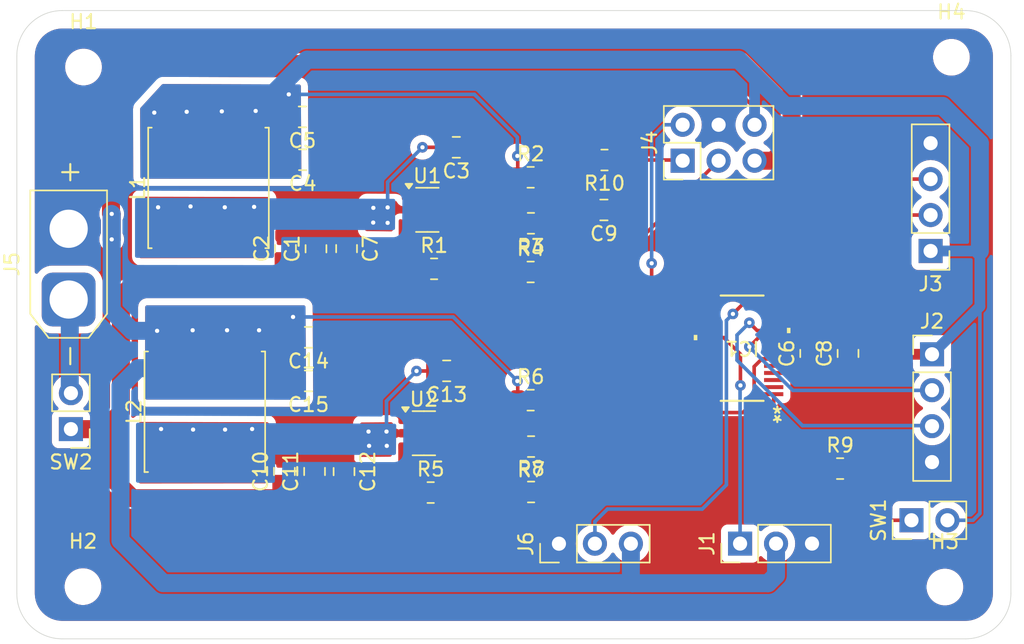
<source format=kicad_pcb>
(kicad_pcb (version 20240108) (generator "pcbnew") (generator_version "8.0")
  (layers (0 "F.Cu" signal) (1 "In1.Cu" signal) (2 "In2.Cu" signal) (31 "B.Cu" signal) (34 "B.Paste" user) (35 "F.Paste" user) (36 "B.SilkS" user "B.Silkscreen") (37 "F.SilkS" user "F.Silkscreen") (38 "B.Mask" user) (39 "F.Mask" user) (44 "Edge.Cuts" user))
  (net 0 "")
  (net 1 "+BATT")
  (net 2 "GND")
  (net 3 "Net-(U1-VBST)")
  (net 4 "+3.3V")
  (net 5 "/Buck 1 Out")
  (net 6 "Net-(U2-VBST)")
  (net 7 "/Buck 2 Out")
  (net 8 "+5V")
  (net 9 "/NRST")
  (net 10 "/SERVO_PWM")
  (net 11 "/TRG2")
  (net 12 "/NEOPIXEL")
  (net 13 "/TRG1")
  (net 14 "/ECHO2")
  (net 15 "/ECHO1")
  (net 16 "Net-(U2-EN)")
  (net 17 "Net-(J5-Pin_1)")
  (net 18 "Net-(R6-Pad2)")
  (net 19 "Net-(U2-VFB)")
  (net 22 "Net-(U1-EN)")
  (net 23 "Net-(R2-Pad2)")
  (net 24 "Net-(U1-VFB)")
  (net 26 "Net-(SW1-A)")
  (net 29 "/SWCLK")
  (net 41 "/SWDIO")
  (net 42 "Net-(IC1-PA26_{slash}_A0_1)")
  (footprint "Capacitor_SMD:C_0805_2012Metric" (layer "F.Cu") (at 123.17625 86.2225 90)
    (property "Reference" "C2" (at 0 -1.68 90) (layer "F.SilkS"))
    (property "Value" "10u")
    (pad "1" smd roundrect (at -0.95 0 90) (size 1 1.45) (layers "F.Cu" "F.Paste" "F.Mask") (net 1 "+BATT"))
    (pad "2" smd roundrect (at 0.95 0 90) (size 1 1.45) (layers "F.Cu" "F.Paste" "F.Mask") (net 2 "GND"))
  )
  (footprint "Resistor_SMD:R_0805_2012Metric" (layer "F.Cu") (at 145.7 79.96 180)
    (property "Reference" "R10" (at 0 -1.65 0) (layer "F.SilkS"))
    (property "Value" "10k")
    (pad "1" smd roundrect (at -0.9125 0 180) (size 1.025 1.4) (layers "F.Cu" "F.Paste" "F.Mask") (roundrect_rratio 0.243902) (net 9 "/NRST"))
    (pad "2" smd roundrect (at 0.9125 0 180) (size 1.025 1.4) (layers "F.Cu" "F.Paste" "F.Mask") (roundrect_rratio 0.243902) (net 4 "+3.3V"))
  )
  (footprint "Connector_PinHeader_2.54mm:PinHeader_1x02_P2.54mm_Vertical" (layer "F.Cu") (at 108.02 98.98 180)
    (property "Reference" "SW2" (at 0 -2.33 0) (layer "F.SilkS"))
    (property "Value" "POWER_SW")
    (pad "1" thru_hole rect (at 0 0 180) (size 1.7 1.7) (drill 1) (layers "*.Cu" "*.Mask") (net 1 "+BATT"))
    (pad "2" thru_hole oval (at 0 2.54 180) (size 1.7 1.7) (drill 1) (layers "*.Cu" "*.Mask") (net 17 "Net-(J5-Pin_1)"))
  )
  (footprint "Resistor_SMD:R_0805_2012Metric" (layer "F.Cu") (at 140.51625 100.2125 180)
    (property "Reference" "R7" (at 0 -1.65 0) (layer "F.SilkS"))
    (property "Value" "5k")
    (pad "1" smd roundrect (at -0.9125 0 180) (size 1.025 1.4) (layers "F.Cu" "F.Paste" "F.Mask") (roundrect_rratio 0.243902) (net 18 "Net-(R6-Pad2)"))
    (pad "2" smd roundrect (at 0.9125 0 180) (size 1.025 1.4) (layers "F.Cu" "F.Paste" "F.Mask") (roundrect_rratio 0.243902) (net 19 "Net-(U2-VFB)"))
  )
  (footprint "Capacitor_SMD:C_0805_2012Metric" (layer "F.Cu") (at 134.55625 94.8625 180)
    (property "Reference" "C13" (at 0 -1.68 0) (layer "F.SilkS"))
    (property "Value" "0.1u")
    (pad "1" smd roundrect (at -0.95 0 180) (size 1 1.45) (layers "F.Cu" "F.Paste" "F.Mask") (net 6 "Net-(U2-VBST)"))
    (pad "2" smd roundrect (at 0.95 0 180) (size 1 1.45) (layers "F.Cu" "F.Paste" "F.Mask") (net 7 "/Buck 2 Out"))
  )
  (footprint "Resistor_SMD:R_0805_2012Metric" (layer "F.Cu") (at 133.42625 103.4625)
    (property "Reference" "R5" (at 0 -1.65 0) (layer "F.SilkS"))
    (property "Value" "10k")
    (pad "1" smd roundrect (at -0.9125 0) (size 1.025 1.4) (layers "F.Cu" "F.Paste" "F.Mask") (roundrect_rratio 0.243902) (net 1 "+BATT"))
    (pad "2" smd roundrect (at 0.9125 0) (size 1.025 1.4) (layers "F.Cu" "F.Paste" "F.Mask") (roundrect_rratio 0.243902) (net 16 "Net-(U2-EN)"))
  )
  (footprint "Capacitor_SMD:C_0805_2012Metric" (layer "F.Cu") (at 125.32625 86.2325 90)
    (property "Reference" "C1" (at 0 -1.68 90) (layer "F.SilkS"))
    (property "Value" "10u")
    (pad "1" smd roundrect (at -0.95 0 90) (size 1 1.45) (layers "F.Cu" "F.Paste" "F.Mask") (net 1 "+BATT"))
    (pad "2" smd roundrect (at 0.95 0 90) (size 1 1.45) (layers "F.Cu" "F.Paste" "F.Mask") (net 2 "GND"))
  )
  (footprint "Capacitor_SMD:C_0805_2012Metric" (layer "F.Cu") (at 124.79625 92.4925 180)
    (property "Reference" "C14" (at 0 -1.68 0) (layer "F.SilkS"))
    (property "Value" "22u")
    (pad "1" smd roundrect (at -0.95 0 180) (size 1 1.45) (layers "F.Cu" "F.Paste" "F.Mask") (net 2 "GND"))
    (pad "2" smd roundrect (at 0.95 0 180) (size 1 1.45) (layers "F.Cu" "F.Paste" "F.Mask") (net 8 "+5V"))
  )
  (footprint "MountingHole:MountingHole_2.2mm_M2" (layer "F.Cu") (at 108.87 110.11)
    (property "Reference" "H2" (at 0 -3.2 0) (layer "F.SilkS"))
    (property "Value" "MountingHole")
    (pad "" np_thru_hole circle (at 0 0) (size 2.2 2.2) (drill 2.2) (layers "*.Cu" "*.Mask"))
  )
  (footprint "Resistor_SMD:R_0805_2012Metric" (layer "F.Cu") (at 140.50625 84.4325 180)
    (property "Reference" "R3" (at 0 -1.65 0) (layer "F.SilkS"))
    (property "Value" "3.3k")
    (pad "1" smd roundrect (at -0.9125 0 180) (size 1.025 1.4) (layers "F.Cu" "F.Paste" "F.Mask") (roundrect_rratio 0.243902) (net 23 "Net-(R2-Pad2)"))
    (pad "2" smd roundrect (at 0.9125 0 180) (size 1.025 1.4) (layers "F.Cu" "F.Paste" "F.Mask") (roundrect_rratio 0.243902) (net 24 "Net-(U1-VFB)"))
  )
  (footprint "Capacitor_SMD:C_0805_2012Metric" (layer "F.Cu") (at 127.48625 86.2225 -90)
    (property "Reference" "C7" (at 0 -1.68 90) (layer "F.SilkS"))
    (property "Value" "0.1u")
    (pad "1" smd roundrect (at -0.95 0 270) (size 1 1.45) (layers "F.Cu" "F.Paste" "F.Mask") (net 2 "GND"))
    (pad "2" smd roundrect (at 0.95 0 270) (size 1 1.45) (layers "F.Cu" "F.Paste" "F.Mask") (net 1 "+BATT"))
  )
  (footprint "Capacitor_SMD:C_0805_2012Metric" (layer "F.Cu") (at 160.26 93.63 90)
    (property "Reference" "C6" (at 0 -1.68 90) (layer "F.SilkS"))
    (property "Value" "0.1u")
    (pad "1" smd roundrect (at -0.95 0 90) (size 1 1.45) (layers "F.Cu" "F.Paste" "F.Mask") (net 4 "+3.3V"))
    (pad "2" smd roundrect (at 0.95 0 90) (size 1 1.45) (layers "F.Cu" "F.Paste" "F.Mask") (net 2 "GND"))
  )
  (footprint "Capacitor_SMD:C_0805_2012Metric" (layer "F.Cu") (at 124.79625 95.5725 180)
    (property "Reference" "C15" (at 0 -1.68 0) (layer "F.SilkS"))
    (property "Value" "22u")
    (pad "1" smd roundrect (at -0.95 0 180) (size 1 1.45) (layers "F.Cu" "F.Paste" "F.Mask") (net 2 "GND"))
    (pad "2" smd roundrect (at 0.95 0 180) (size 1 1.45) (layers "F.Cu" "F.Paste" "F.Mask") (net 8 "+5V"))
  )
  (footprint "Capacitor_SMD:C_0805_2012Metric" (layer "F.Cu") (at 135.23625 79.0625 180)
    (property "Reference" "C3" (at 0 -1.68 0) (layer "F.SilkS"))
    (property "Value" "0.1u")
    (pad "1" smd roundrect (at -0.95 0 180) (size 1 1.45) (layers "F.Cu" "F.Paste" "F.Mask") (net 3 "Net-(U1-VBST)"))
    (pad "2" smd roundrect (at 0.95 0 180) (size 1 1.45) (layers "F.Cu" "F.Paste" "F.Mask") (net 5 "/Buck 1 Out"))
  )
  (footprint "Connector_PinHeader_2.54mm:PinHeader_2x03_P2.54mm_Vertical" (layer "F.Cu") (at 151.22 80.01 90)
    (property "Reference" "J4" (at 1.27 -2.33 90) (layer "F.SilkS"))
    (property "Value" "Debug Connector")
    (pad "1" thru_hole rect (at 0 0 90) (size 1.7 1.7) (drill 1) (layers "*.Cu" "*.Mask") (net 9 "/NRST"))
    (pad "2" thru_hole oval (at 2.54 0 90) (size 1.7 1.7) (drill 1) (layers "*.Cu" "*.Mask") (net 41 "/SWDIO"))
    (pad "3" thru_hole oval (at 0 2.54 90) (size 1.7 1.7) (drill 1) (layers "*.Cu" "*.Mask") (net 29 "/SWCLK"))
    (pad "4" thru_hole oval (at 2.54 2.54 90) (size 1.7 1.7) (drill 1) (layers "*.Cu" "*.Mask") (net 2 "GND"))
    (pad "5" thru_hole oval (at 0 5.08 90) (size 1.7 1.7) (drill 1) (layers "*.Cu" "*.Mask") (net 8 "+5V"))
    (pad "6" thru_hole oval (at 2.54 5.08 90) (size 1.7 1.7) (drill 1) (layers "*.Cu" "*.Mask") (net 4 "+3.3V"))
  )
  (footprint "Capacitor_SMD:C_0805_2012Metric" (layer "F.Cu") (at 145.66 83.49 180)
    (property "Reference" "C9" (at 0 -1.68 0) (layer "F.SilkS"))
    (property "Value" "10n")
    (pad "1" smd roundrect (at -0.95 0 180) (size 1 1.45) (layers "F.Cu" "F.Paste" "F.Mask") (net 9 "/NRST"))
    (pad "2" smd roundrect (at 0.95 0 180) (size 1 1.45) (layers "F.Cu" "F.Paste" "F.Mask") (net 2 "GND"))
  )
  (footprint "Package_TO_SOT_SMD:SOT-23-6" (layer "F.Cu") (at 132.94625 99.27)
    (property "Reference" "U2" (at 0 -2.4 0) (layer "F.SilkS"))
    (property "Value" "TPS562200")
    (pad "1" smd roundrect (at -1.1375 -0.95) (size 1.325 0.6) (layers "F.Cu" "F.Paste" "F.Mask") (net 2 "GND"))
    (pad "2" smd roundrect (at -1.1375 0) (size 1.325 0.6) (layers "F.Cu" "F.Paste" "F.Mask") (net 7 "/Buck 2 Out"))
    (pad "3" smd roundrect (at -1.1375 0.95) (size 1.325 0.6) (layers "F.Cu" "F.Paste" "F.Mask") (net 1 "+BATT"))
    (pad "4" smd roundrect (at 1.1375 0.95) (size 1.325 0.6) (layers "F.Cu" "F.Paste" "F.Mask") (net 19 "Net-(U2-VFB)"))
    (pad "5" smd roundrect (at 1.1375 0) (size 1.325 0.6) (layers "F.Cu" "F.Paste" "F.Mask") (net 16 "Net-(U2-EN)"))
    (pad "6" smd roundrect (at 1.1375 -0.95) (size 1.325 0.6) (layers "F.Cu" "F.Paste" "F.Mask") (net 6 "Net-(U2-VBST)"))
  )
  (footprint "Connector_PinHeader_2.54mm:PinHeader_1x04_P2.54mm_Vertical" (layer "F.Cu") (at 168.83 93.69)
    (property "Reference" "J2" (at 0 -2.33 0) (layer "F.SilkS"))
    (property "Value" "dist_sensor_1")
    (pad "1" thru_hole rect (at 0 0) (size 1.7 1.7) (drill 1) (layers "*.Cu" "*.Mask") (net 4 "+3.3V"))
    (pad "2" thru_hole oval (at 0 2.54) (size 1.7 1.7) (drill 1) (layers "*.Cu" "*.Mask") (net 13 "/TRG1"))
    (pad "3" thru_hole oval (at 0 5.08) (size 1.7 1.7) (drill 1) (layers "*.Cu" "*.Mask") (net 15 "/ECHO1"))
    (pad "4" thru_hole oval (at 0 7.62) (size 1.7 1.7) (drill 1) (layers "*.Cu" "*.Mask") (net 2 "GND"))
  )
  (footprint "Connector_PinHeader_2.54mm:PinHeader_1x04_P2.54mm_Vertical" (layer "F.Cu") (at 168.73 86.39 180)
    (property "Reference" "J3" (at 0 -2.33 0) (layer "F.SilkS"))
    (property "Value" "dist_sensor_2")
    (pad "1" thru_hole rect (at 0 0 180) (size 1.7 1.7) (drill 1) (layers "*.Cu" "*.Mask") (net 4 "+3.3V"))
    (pad "2" thru_hole oval (at 0 2.54 180) (size 1.7 1.7) (drill 1) (layers "*.Cu" "*.Mask") (net 11 "/TRG2"))
    (pad "3" thru_hole oval (at 0 5.08 180) (size 1.7 1.7) (drill 1) (layers "*.Cu" "*.Mask") (net 14 "/ECHO2"))
    (pad "4" thru_hole oval (at 0 7.62 180) (size 1.7 1.7) (drill 1) (layers "*.Cu" "*.Mask") (net 2 "GND"))
  )
  (footprint "Resistor_SMD:R_0805_2012Metric" (layer "F.Cu") (at 162.34 101.77)
    (property "Reference" "R9" (at 0 -1.65 0) (layer "F.SilkS"))
    (property "Value" "300")
    (pad "1" smd roundrect (at -0.9125 0) (size 1.025 1.4) (layers "F.Cu" "F.Paste" "F.Mask") (roundrect_rratio 0.243902) (net 42 "Net-(IC1-PA26_{slash}_A0_1)"))
    (pad "2" smd roundrect (at 0.9125 0) (size 1.025 1.4) (layers "F.Cu" "F.Paste" "F.Mask") (roundrect_rratio 0.243902) (net 26 "Net-(SW1-A)"))
  )
  (footprint "Resistor_SMD:R_0805_2012Metric" (layer "F.Cu") (at 140.48625 81.1825)
    (property "Reference" "R2" (at 0 -1.65 0) (layer "F.SilkS"))
    (property "Value" "30k")
    (pad "1" smd roundrect (at -0.9125 0) (size 1.025 1.4) (layers "F.Cu" "F.Paste" "F.Mask") (roundrect_rratio 0.243902) (net 4 "+3.3V"))
    (pad "2" smd roundrect (at 0.9125 0) (size 1.025 1.4) (layers "F.Cu" "F.Paste" "F.Mask") (roundrect_rratio 0.243902) (net 23 "Net-(R2-Pad2)"))
  )
  (footprint "Resistor_SMD:R_0805_2012Metric" (layer "F.Cu") (at 140.51625 103.4225)
    (property "Reference" "R8" (at 0 -1.65 0) (layer "F.SilkS"))
    (property "Value" "10k")
    (pad "1" smd roundrect (at -0.9125 0) (size 1.025 1.4) (layers "F.Cu" "F.Paste" "F.Mask") (roundrect_rratio 0.243902) (net 19 "Net-(U2-VFB)"))
    (pad "2" smd roundrect (at 0.9125 0) (size 1.025 1.4) (layers "F.Cu" "F.Paste" "F.Mask") (roundrect_rratio 0.243902) (net 2 "GND"))
  )
  (footprint "MountingHole:MountingHole_2.2mm_M2" (layer "F.Cu") (at 108.91 73.39)
    (property "Reference" "H1" (at 0 -3.2 0) (layer "F.SilkS"))
    (property "Value" "MountingHole")
    (pad "" np_thru_hole circle (at 0 0) (size 2.2 2.2) (drill 2.2) (layers "*.Cu" "*.Mask"))
  )
  (footprint "Capacitor_SMD:C_0805_2012Metric" (layer "F.Cu") (at 123.09625 101.9725 90)
    (property "Reference" "C10" (at 0 -1.68 90) (layer "F.SilkS"))
    (property "Value" "10u")
    (pad "1" smd roundrect (at -0.95 0 90) (size 1 1.45) (layers "F.Cu" "F.Paste" "F.Mask") (net 1 "+BATT"))
    (pad "2" smd roundrect (at 0.95 0 90) (size 1 1.45) (layers "F.Cu" "F.Paste" "F.Mask") (net 2 "GND"))
  )
  (footprint "Capacitor_SMD:C_0805_2012Metric" (layer "F.Cu") (at 162.9 93.63 90)
    (property "Reference" "C8" (at 0 -1.68 90) (layer "F.SilkS"))
    (property "Value" "10u")
    (pad "1" smd roundrect (at -0.95 0 90) (size 1 1.45) (layers "F.Cu" "F.Paste" "F.Mask") (net 4 "+3.3V"))
    (pad "2" smd roundrect (at 0.95 0 90) (size 1 1.45) (layers "F.Cu" "F.Paste" "F.Mask") (net 2 "GND"))
  )
  (footprint "ELEC327-Library:VSSOP28_DGS_TEX" (layer "F.Cu") (at 155.42 93.26 180)
    (property "Reference" "IC1" (at 0 0 180) (layer "F.SilkS"))
    (property "Value" "MSPM0G3507SDGS28R")
    (fp_text user "*" (at -2.48285 -4.673219 0) (layer "F.SilkS"))
    (fp_text user "*" (at -2.48285 -4.673219 180) (layer "F.SilkS"))
    (pad "1" smd rect (at -2.22885 -3.250819 180) (size 1.3589 0.2794) (layers "F.Cu" "F.Paste" "F.Mask") (net 42 "Net-(IC1-PA26_{slash}_A0_1)"))
    (pad "2" smd rect (at -2.22885 -2.750693 180) (size 1.3589 0.2794) (layers "F.Cu" "F.Paste" "F.Mask"))
    (pad "3" smd rect (at -2.22885 -2.250567 180) (size 1.3589 0.2794) (layers "F.Cu" "F.Paste" "F.Mask"))
    (pad "4" smd rect (at -2.22885 -1.750441 180) (size 1.3589 0.2794) (layers "F.Cu" "F.Paste" "F.Mask"))
    (pad "5" smd rect (at -2.22885 -1.250315 180) (size 1.3589 0.2794) (layers "F.Cu" "F.Paste" "F.Mask"))
    (pad "6" smd rect (at -2.22885 -0.750189 180) (size 1.3589 0.2794) (layers "F.Cu" "F.Paste" "F.Mask") (net 9 "/NRST"))
    (pad "7" smd rect (at -2.22885 -0.250063 180) (size 1.3589 0.2794) (layers "F.Cu" "F.Paste" "F.Mask") (net 4 "+3.3V"))
    (pad "8" smd rect (at -2.22885 0.250063 180) (size 1.3589 0.2794) (layers "F.Cu" "F.Paste" "F.Mask") (net 2 "GND"))
    (pad "9" smd rect (at -2.22885 0.750189 180) (size 1.3589 0.2794) (layers "F.Cu" "F.Paste" "F.Mask") (net 13 "/TRG1"))
    (pad "10" smd rect (at -2.22885 1.250315 180) (size 1.3589 0.2794) (layers "F.Cu" "F.Paste" "F.Mask") (net 15 "/ECHO1"))
    (pad "11" smd rect (at -2.22885 1.750441 180) (size 1.3589 0.2794) (layers "F.Cu" "F.Paste" "F.Mask") (net 11 "/TRG2"))
    (pad "12" smd rect (at -2.22885 2.250567 180) (size 1.3589 0.2794) (layers "F.Cu" "F.Paste" "F.Mask") (net 14 "/ECHO2"))
    (pad "13" smd rect (at -2.22885 2.750693 180) (size 1.3589 0.2794) (layers "F.Cu" "F.Paste" "F.Mask"))
    (pad "14" smd rect (at -2.22885 3.250819 180) (size 1.3589 0.2794) (layers "F.Cu" "F.Paste" "F.Mask") (net 12 "/NEOPIXEL"))
    (pad "15" smd rect (at 2.22885 3.250819 180) (size 1.3589 0.2794) (layers "F.Cu" "F.Paste" "F.Mask"))
    (pad "16" smd rect (at 2.22885 2.750693 180) (size 1.3589 0.2794) (layers "F.Cu" "F.Paste" "F.Mask"))
    (pad "17" smd rect (at 2.22885 2.250567 180) (size 1.3589 0.2794) (layers "F.Cu" "F.Paste" "F.Mask"))
    (pad "18" smd rect (at 2.22885 1.750441 180) (size 1.3589 0.2794) (layers "F.Cu" "F.Paste" "F.Mask"))
    (pad "19" smd rect (at 2.22885 1.250315 180) (size 1.3589 0.2794) (layers "F.Cu" "F.Paste" "F.Mask"))
    (pad "20" smd rect (at 2.22885 0.750189 180) (size 1.3589 0.2794) (layers "F.Cu" "F.Paste" "F.Mask") (net 10 "/SERVO_PWM"))
    (pad "21" smd rect (at 2.22885 0.250063 180) (size 1.3589 0.2794) (layers "F.Cu" "F.Paste" "F.Mask"))
    (pad "22" smd rect (at 2.22885 -0.250063 180) (size 1.3589 0.2794) (layers "F.Cu" "F.Paste" "F.Mask") (net 41 "/SWDIO"))
    (pad "23" smd rect (at 2.22885 -0.750189 180) (size 1.3589 0.2794) (layers "F.Cu" "F.Paste" "F.Mask") (net 29 "/SWCLK"))
    (pad "24" smd rect (at 2.22885 -1.250315 180) (size 1.3589 0.2794) (layers "F.Cu" "F.Paste" "F.Mask"))
    (pad "25" smd rect (at 2.22885 -1.750441 180) (size 1.3589 0.2794) (layers "F.Cu" "F.Paste" "F.Mask"))
    (pad "26" smd rect (at 2.22885 -2.250567 180) (size 1.3589 0.2794) (layers "F.Cu" "F.Paste" "F.Mask"))
    (pad "27" smd rect (at 2.22885 -2.750693 180) (size 1.3589 0.2794) (layers "F.Cu" "F.Paste" "F.Mask"))
    (pad "28" smd rect (at 2.22885 -3.250819 180) (size 1.3589 0.2794) (layers "F.Cu" "F.Paste" "F.Mask"))
  )
  (footprint "Inductor_SMD:L_Sunlord_SWPA8040S" (layer "F.Cu") (at 117.47625 97.7525 90)
    (property "Reference" "L2" (at 0 -5 90) (layer "F.SilkS"))
    (property "Value" "2u")
    (pad "1" smd roundrect (at -3 0 90) (size 2.2 7.5) (layers "F.Cu" "F.Paste" "F.Mask") (roundrect_rratio 0.113636) (net 7 "/Buck 2 Out"))
    (pad "2" smd roundrect (at 3 0 90) (size 2.2 7.5) (layers "F.Cu" "F.Paste" "F.Mask") (roundrect_rratio 0.113636) (net 8 "+5V"))
  )
  (footprint "Connector_PinHeader_2.54mm:PinHeader_1x03_P2.54mm_Vertical" (layer "F.Cu") (at 142.48375 107.0775 90)
    (property "Reference" "J6" (at 0 -2.33 90) (layer "F.SilkS"))
    (property "Value" "Neopixel")
    (pad "1" thru_hole rect (at 0 0 90) (size 1.7 1.7) (drill 1) (layers "*.Cu" "*.Mask") (net 2 "GND"))
    (pad "2" thru_hole oval (at 0 2.54 90) (size 1.7 1.7) (drill 1) (layers "*.Cu" "*.Mask") (net 12 "/NEOPIXEL"))
    (pad "3" thru_hole oval (at 0 5.08 90) (size 1.7 1.7) (drill 1) (layers "*.Cu" "*.Mask") (net 8 "+5V"))
  )
  (footprint "Inductor_SMD:L_Sunlord_SWPA8040S" (layer "F.Cu") (at 117.73625 81.9325 90)
    (property "Reference" "L1" (at 0 -5 90) (layer "F.SilkS"))
    (property "Value" "2u")
    (pad "1" smd roundrect (at -3 0 90) (size 2.2 7.5) (layers "F.Cu" "F.Paste" "F.Mask") (roundrect_rratio 0.113636) (net 5 "/Buck 1 Out"))
    (pad "2" smd roundrect (at 3 0 90) (size 2.2 7.5) (layers "F.Cu" "F.Paste" "F.Mask") (roundrect_rratio 0.113636) (net 4 "+3.3V"))
  )
  (footprint "Capacitor_SMD:C_0805_2012Metric" (layer "F.Cu") (at 124.38625 79.9425 180)
    (property "Reference" "C4" (at 0 -1.68 0) (layer "F.SilkS"))
    (property "Value" "22u")
    (pad "1" smd roundrect (at -0.95 0 180) (size 1 1.45) (layers "F.Cu" "F.Paste" "F.Mask") (net 2 "GND"))
    (pad "2" smd roundrect (at 0.95 0 180) (size 1 1.45) (layers "F.Cu" "F.Paste" "F.Mask") (net 4 "+3.3V"))
  )
  (footprint "Connector_AMASS:AMASS_XT30U-M_1x02_P5.0mm_Vertical" (layer "F.Cu") (at 107.86 89.82 90)
    (property "Reference" "J5" (at 2.5 -4 90) (layer "F.SilkS"))
    (property "Value" "Battery_in")
    (fp_text user "+" (at 9 0 90) (layer "F.SilkS") (effects (font (size 1.5 1.5))))
    (fp_text user "-" (at -4 0 90) (layer "F.SilkS") (effects (font (size 1.5 1.5))))
    (pad "1" thru_hole roundrect (at 0 0 90) (size 3.8 3.8) (drill 2.7) (layers "*.Cu" "*.Mask") (roundrect_rratio 0.2) (net 17 "Net-(J5-Pin_1)"))
    (pad "2" thru_hole circle (at 5 0 90) (size 3.8 3.8) (drill 2.7) (layers "*.Cu" "*.Mask") (net 2 "GND"))
  )
  (footprint "Resistor_SMD:R_0805_2012Metric" (layer "F.Cu") (at 140.48625 96.9325)
    (property "Reference" "R6" (at 0 -1.65 0) (layer "F.SilkS"))
    (property "Value" "51k")
    (pad "1" smd roundrect (at -0.9125 0) (size 1.025 1.4) (layers "F.Cu" "F.Paste" "F.Mask") (roundrect_rratio 0.243902) (net 8 "+5V"))
    (pad "2" smd roundrect (at 0.9125 0) (size 1.025 1.4) (layers "F.Cu" "F.Paste" "F.Mask") (roundrect_rratio 0.243902) (net 18 "Net-(R6-Pad2)"))
  )
  (footprint "Capacitor_SMD:C_0805_2012Metric" (layer "F.Cu") (at 124.36625 76.9125 180)
    (property "Reference" "C5" (at 0 -1.68 0) (layer "F.SilkS"))
    (property "Value" "22u")
    (pad "1" smd roundrect (at -0.95 0 180) (size 1 1.45) (layers "F.Cu" "F.Paste" "F.Mask") (net 2 "GND"))
    (pad "2" smd roundrect (at 0.95 0 180) (size 1 1.45) (layers "F.Cu" "F.Paste" "F.Mask") (net 4 "+3.3V"))
  )
  (footprint "Connector_PinHeader_2.54mm:PinHeader_1x03_P2.54mm_Vertical" (layer "F.Cu") (at 155.275 107.07 90)
    (property "Reference" "J1" (at 0 -2.33 90) (layer "F.SilkS"))
    (property "Value" "Servo")
    (pad "1" thru_hole rect (at 0 0 90) (size 1.7 1.7) (drill 1) (layers "*.Cu" "*.Mask") (net 10 "/SERVO_PWM"))
    (pad "2" thru_hole oval (at 0 2.54 90) (size 1.7 1.7) (drill 1) (layers "*.Cu" "*.Mask") (net 8 "+5V"))
    (pad "3" thru_hole oval (at 0 5.08 90) (size 1.7 1.7) (drill 1) (layers "*.Cu" "*.Mask") (net 2 "GND"))
  )
  (footprint "MountingHole:MountingHole_2.2mm_M2" (layer "F.Cu") (at 170.2 72.7)
    (property "Reference" "H4" (at 0 -3.2 0) (layer "F.SilkS"))
    (property "Value" "MountingHole")
    (pad "" np_thru_hole circle (at 0 0) (size 2.2 2.2) (drill 2.2) (layers "*.Cu" "*.Mask"))
  )
  (footprint "MountingHole:MountingHole_2.2mm_M2" (layer "F.Cu") (at 169.74 110.14)
    (property "Reference" "H3" (at 0 -3.2 0) (layer "F.SilkS"))
    (property "Value" "MountingHole")
    (pad "" np_thru_hole circle (at 0 0) (size 2.2 2.2) (drill 2.2) (layers "*.Cu" "*.Mask"))
  )
  (footprint "Resistor_SMD:R_0805_2012Metric" (layer "F.Cu") (at 140.48625 87.8725)
    (property "Reference" "R4" (at 0 -1.65 0) (layer "F.SilkS"))
    (property "Value" "10k")
    (pad "1" smd roundrect (at -0.9125 0) (size 1.025 1.4) (layers "F.Cu" "F.Paste" "F.Mask") (roundrect_rratio 0.243902) (net 24 "Net-(U1-VFB)"))
    (pad "2" smd roundrect (at 0.9125 0) (size 1.025 1.4) (layers "F.Cu" "F.Paste" "F.Mask") (roundrect_rratio 0.243902) (net 2 "GND"))
  )
  (footprint "Connector_PinHeader_2.54mm:PinHeader_1x02_P2.54mm_Vertical" (layer "F.Cu") (at 167.38 105.42 90)
    (property "Reference" "SW1" (at 0 -2.33 90) (layer "F.SilkS"))
    (property "Value" "START_SW")
    (pad "1" thru_hole rect (at 0 0 90) (size 1.7 1.7) (drill 1) (layers "*.Cu" "*.Mask") (net 26 "Net-(SW1-A)"))
    (pad "2" thru_hole oval (at 0 2.54 90) (size 1.7 1.7) (drill 1) (layers "*.Cu" "*.Mask") (net 4 "+3.3V"))
  )
  (footprint "Capacitor_SMD:C_0805_2012Metric" (layer "F.Cu") (at 125.22625 101.9725 90)
    (property "Reference" "C11" (at 0 -1.68 90) (layer "F.SilkS"))
    (property "Value" "10u")
    (pad "1" smd roundrect (at -0.95 0 90) (size 1 1.45) (layers "F.Cu" "F.Paste" "F.Mask") (net 1 "+BATT"))
    (pad "2" smd roundrect (at 0.95 0 90) (size 1 1.45) (layers "F.Cu" "F.Paste" "F.Mask") (net 2 "GND"))
  )
  (footprint "Resistor_SMD:R_0805_2012Metric" (layer "F.Cu") (at 133.66625 87.6525)
    (property "Reference" "R1" (at 0 -1.65 0) (layer "F.SilkS"))
    (property "Value" "10k")
    (pad "1" smd roundrect (at -0.9125 0) (size 1.025 1.4) (layers "F.Cu" "F.Paste" "F.Mask") (roundrect_rratio 0.243902) (net 1 "+BATT"))
    (pad "2" smd roundrect (at 0.9125 0) (size 1.025 1.4) (layers "F.Cu" "F.Paste" "F.Mask") (roundrect_rratio 0.243902) (net 22 "Net-(U1-EN)"))
  )
  (footprint "Capacitor_SMD:C_0805_2012Metric" (layer "F.Cu") (at 127.30625 101.9825 -90)
    (property "Reference" "C12" (at 0 -1.68 90) (layer "F.SilkS"))
    (property "Value" "0.1u")
    (pad "1" smd roundrect (at -0.95 0 270) (size 1 1.45) (layers "F.Cu" "F.Paste" "F.Mask") (net 2 "GND"))
    (pad "2" smd roundrect (at 0.95 0 270) (size 1 1.45) (layers "F.Cu" "F.Paste" "F.Mask") (net 1 "+BATT"))
  )
  (footprint "Package_TO_SOT_SMD:SOT-23-6" (layer "F.Cu") (at 133.18875 83.4825)
    (property "Reference" "U1" (at 0 -2.4 0) (layer "F.SilkS"))
    (property "Value" "TPS562200")
    (pad "1" smd roundrect (at -1.1375 -0.95) (size 1.325 0.6) (layers "F.Cu" "F.Paste" "F.Mask") (net 2 "GND"))
    (pad "2" smd roundrect (at -1.1375 0) (size 1.325 0.6) (layers "F.Cu" "F.Paste" "F.Mask") (net 5 "/Buck 1 Out"))
    (pad "3" smd roundrect (at -1.1375 0.95) (size 1.325 0.6) (layers "F.Cu" "F.Paste" "F.Mask") (net 1 "+BATT"))
    (pad "4" smd roundrect (at 1.1375 0.95) (size 1.325 0.6) (layers "F.Cu" "F.Paste" "F.Mask") (net 24 "Net-(U1-VFB)"))
    (pad "5" smd roundrect (at 1.1375 0) (size 1.325 0.6) (layers "F.Cu" "F.Paste" "F.Mask") (net 22 "Net-(U1-EN)"))
    (pad "6" smd roundrect (at 1.1375 -0.95) (size 1.325 0.6) (layers "F.Cu" "F.Paste" "F.Mask") (net 3 "Net-(U1-VBST)"))
  )
  (gr_line (start 107.4 69.4) (end 171.2 69.4) (stroke (width 0.05)) (layer "Edge.Cuts"))
  (gr_line (start 171.2 113.8) (end 107.4 113.8) (stroke (width 0.05)) (layer "Edge.Cuts"))
  (gr_line (start 174.4 72.6) (end 174.4 110.6) (stroke (width 0.05)) (layer "Edge.Cuts"))
  (gr_arc (start 107.4 113.8) (mid 105.137258 112.862742) (end 104.2 110.6) (stroke (width 0.05)) (layer "Edge.Cuts"))
  (gr_arc (start 171.2 69.4) (mid 173.462742 70.337258) (end 174.4 72.6) (stroke (width 0.05)) (layer "Edge.Cuts"))
  (gr_arc (start 174.4 110.6) (mid 173.462742 112.862742) (end 171.2 113.8) (stroke (width 0.05)) (layer "Edge.Cuts"))
  (gr_line (start 104.2 110.6) (end 104.2 72.6) (stroke (width 0.05)) (layer "Edge.Cuts"))
  (gr_arc (start 104.2 72.6) (mid 105.137258 70.337258) (end 107.4 69.4) (stroke (width 0.05)) (layer "Edge.Cuts"))
  (segment (start 111.2 102.7) (end 112.3625 103.8625) (width 1.27) (layer "F.Cu") (net 1))
  (segment (start 108.02 98.98) (end 110.38 98.98) (width 1.27) (layer "F.Cu") (net 1))
  (segment (start 112.87625 88.2825) (end 123.25625 88.2825) (width 1.27) (layer "F.Cu") (net 1))
  (segment (start 112.3625 103.8625) (end 123.10625 103.8625) (width 1.27) (layer "F.Cu") (net 1))
  (segment (start 111.55 97.81) (end 111.55 89.60875) (width 1.27) (layer "F.Cu") (net 1))
  (segment (start 108.02 98.98) (end 108.0275 98.9875) (width 1.27) (layer "F.Cu") (net 1))
  (segment (start 111.55 89.60875) (end 112.87625 88.2825) (width 1.27) (layer "F.Cu") (net 1))
  (segment (start 110.3775 98.9875) (end 111.2 99.81) (width 1.27) (layer "F.Cu") (net 1))
  (segment (start 108.0275 98.9875) (end 110.3775 98.9875) (width 1.27) (layer "F.Cu") (net 1))
  (segment (start 110.38 98.98) (end 111.55 97.81) (width 1.27) (layer "F.Cu") (net 1))
  (segment (start 111.2 99.81) (end 111.2 102.7) (width 1.27) (layer "F.Cu") (net 1))
  (segment (start 157.64885 93.009937) (end 158.659354 93.009937) (width 0.254) (layer "F.Cu") (net 2))
  (segment (start 162.9 92.68) (end 160.26 92.68) (width 0.508) (layer "F.Cu") (net 2))
  (segment (start 158.989291 92.68) (end 160.26 92.68) (width 0.254) (layer "F.Cu") (net 2))
  (segment (start 158.659354 93.009937) (end 158.989291 92.68) (width 0.254) (layer "F.Cu") (net 2))
  (segment (start 135.68625 80.6325) (end 136.18625 80.1325) (width 0.254) (layer "F.Cu") (net 3))
  (segment (start 134.32625 82.5325) (end 134.32625 81.1625) (width 0.254) (layer "F.Cu") (net 3))
  (segment (start 136.18625 80.1325) (end 136.18625 79.0625) (width 0.254) (layer "F.Cu") (net 3))
  (segment (start 134.85625 80.6325) (end 135.68625 80.6325) (width 0.254) (layer "F.Cu") (net 3))
  (segment (start 134.32625 81.1625) (end 134.85625 80.6325) (width 0.254) (layer "F.Cu") (net 3))
  (segment (start 146.96 74.89) (end 154.91 74.89) (width 0.254) (layer "F.Cu") (net 4))
  (segment (start 157.64885 93.510063) (end 158.638472 93.510063) (width 0.254) (layer "F.Cu") (net 4))
  (segment (start 158.638472 93.510063) (end 159.708409 94.58) (width 0.254) (layer "F.Cu") (net 4))
  (segment (start 159.708409 94.58) (end 160.26 94.58) (width 0.254) (layer "F.Cu") (net 4))
  (segment (start 165.67 93.69) (end 164.78 94.58) (width 0.762) (layer "F.Cu") (net 4))
  (segment (start 144.7875 77.0625) (end 146.96 74.89) (width 0.254) (layer "F.Cu") (net 4))
  (segment (start 144.7875 79.96) (end 144.7875 77.0625) (width 0.254) (layer "F.Cu") (net 4))
  (segment (start 156.3 76.28) (end 156.3 77.47) (width 0.254) (layer "F.Cu") (net 4))
  (segment (start 139.57375 79.7) (end 139.54625 79.6725) (width 0.254) (layer "F.Cu") (net 4))
  (segment (start 164.78 94.58) (end 162.9 94.58) (width 0.762) (layer "F.Cu") (net 4))
  (segment (start 168.83 93.69) (end 165.67 93.69) (width 0.762) (layer "F.Cu") (net 4))
  (segment (start 162.9 94.58) (end 160.26 94.58) (width 0.508) (layer "F.Cu") (net 4))
  (segment (start 139.57375 81.1825) (end 139.57375 79.7) (width 0.254) (layer "F.Cu") (net 4))
  (segment (start 154.91 74.89) (end 156.3 76.28) (width 0.254) (layer "F.Cu") (net 4))
  (via (at 121.06625 76.4925) (size 0.75) (drill 0.3) (layers "F.Cu" "B.Cu") (net 4))
  (via (at 139.54625 79.6725) (size 0.75) (drill 0.3) (layers "F.Cu" "B.Cu") (net 4))
  (via (at 116.19625 76.5525) (size 0.75) (drill 0.3) (layers "F.Cu" "B.Cu") (net 4))
  (via (at 123.40625 75.3225) (size 0.75) (drill 0.3) (layers "F.Cu" "B.Cu") (net 4))
  (via (at 118.67625 76.5225) (size 0.75) (drill 0.3) (layers "F.Cu" "B.Cu") (net 4))
  (via (at 113.90625 76.6125) (size 0.75) (drill 0.3) (layers "F.Cu" "B.Cu") (net 4))
  (segment (start 172.21 78.77) (end 172.21 86.39) (width 1.27) (layer "B.Cu") (net 4))
  (segment (start 124.68875 72.87) (end 155.18 72.87) (width 1.27) (layer "B.Cu") (net 4))
  (segment (start 158.46 76.14) (end 169.58 76.14) (width 1.27) (layer "B.Cu") (net 4))
  (segment (start 169.92 105.42) (end 171.725 105.42) (width 0.254) (layer "B.Cu") (net 4))
  (segment (start 168.73 86.39) (end 172.21 86.39) (width 0.762) (layer "B.Cu") (net 4))
  (segment (start 156.3 73.99) (end 156.3 77.47) (width 0.762) (layer "B.Cu") (net 4))
  (segment (start 169.58 76.14) (end 172.21 78.77) (width 1.27) (layer "B.Cu") (net 4))
  (segment (start 121.06625 76.4925) (end 124.68875 72.87) (width 1.27) (layer "B.Cu") (net 4))
  (segment (start 171.725 105.42) (end 172.21 104.935) (width 0.254) (layer "B.Cu") (net 4))
  (segment (start 155.18 72.87) (end 156.3 73.99) (width 1.27) (layer "B.Cu") (net 4))
  (segment (start 139.54625 78.3525) (end 136.51625 75.3225) (width 0.254) (layer "B.Cu") (net 4))
  (segment (start 172.21 90.31) (end 168.83 93.69) (width 0.762) (layer "B.Cu") (net 4))
  (segment (start 139.54625 79.6725) (end 139.54625 78.3525) (width 0.254) (layer "B.Cu") (net 4))
  (segment (start 156.3 73.98) (end 158.46 76.14) (width 1.27) (layer "B.Cu") (net 4))
  (segment (start 172.21 86.39) (end 172.21 90.31) (width 0.762) (layer "B.Cu") (net 4))
  (segment (start 172.21 104.935) (end 172.21 90.31) (width 0.254) (layer "B.Cu") (net 4))
  (segment (start 136.51625 75.3225) (end 123.40625 75.3225) (width 0.254) (layer "B.Cu") (net 4))
  (segment (start 134.28625 79.0625) (end 132.84625 79.0625) (width 0.254) (layer "F.Cu") (net 5))
  (via (at 120.95625 83.2725) (size 0.75) (drill 0.3) (layers "F.Cu" "B.Cu") (net 5))
  (via (at 129.36625 84.3825) (size 0.75) (drill 0.3) (layers "F.Cu" "B.Cu") (net 5))
  (via (at 114.17625 83.3025) (size 0.75) (drill 0.3) (layers "F.Cu" "B.Cu") (net 5))
  (via (at 130.38625 83.3125) (size 0.75) (drill 0.3) (layers "F.Cu" "B.Cu") (net 5))
  (via (at 132.84625 79.0625) (size 0.75) (drill 0.3) (layers "F.Cu" "B.Cu") (net 5))
  (via (at 118.88625 83.3025) (size 0.75) (drill 0.3) (layers "F.Cu" "B.Cu") (net 5))
  (via (at 130.38625 84.4025) (size 0.75) (drill 0.3) (layers "F.Cu" "B.Cu") (net 5))
  (via (at 129.37625 83.3425) (size 0.75) (drill 0.3) (layers "F.Cu" "B.Cu") (net 5))
  (via (at 116.46625 83.2425) (size 0.75) (drill 0.3) (layers "F.Cu" "B.Cu") (net 5))
  (segment (start 130.38625 81.5225) (end 130.38625 83.3125) (width 0.254) (layer "B.Cu") (net 5))
  (segment (start 132.84625 79.0625) (end 130.38625 81.5225) (width 0.254) (layer "B.Cu") (net 5))
  (segment (start 135.50625 95.9825) (end 135.03625 96.4525) (width 0.254) (layer "F.Cu") (net 6))
  (segment (start 134.50625 96.4525) (end 134.08375 96.875) (width 0.254) (layer "F.Cu") (net 6))
  (segment (start 135.03625 96.4525) (end 134.50625 96.4525) (width 0.254) (layer "F.Cu") (net 6))
  (segment (start 134.08375 96.875) (end 134.08375 98.32) (width 0.254) (layer "F.Cu") (net 6))
  (segment (start 135.50625 94.8625) (end 135.50625 95.9825) (width 0.254) (layer "F.Cu") (net 6))
  (segment (start 133.59625 94.8725) (end 133.60625 94.8625) (width 0.254) (layer "F.Cu") (net 7))
  (segment (start 132.42625 94.8725) (end 133.59625 94.8725) (width 0.254) (layer "F.Cu") (net 7))
  (via (at 114.38625 98.9725) (size 0.75) (drill 0.3) (layers "F.Cu" "B.Cu") (net 7))
  (via (at 118.90625 99.0125) (size 0.75) (drill 0.3) (layers "F.Cu" "B.Cu") (net 7))
  (via (at 130.32625 100.1625) (size 0.75) (drill 0.3) (layers "F.Cu" "B.Cu") (net 7))
  (via (at 129.03625 99.1525) (size 0.75) (drill 0.3) (layers "F.Cu" "B.Cu") (net 7))
  (via (at 120.81625 98.9725) (size 0.75) (drill 0.3) (layers "F.Cu" "B.Cu") (net 7))
  (via (at 116.64625 99.0125) (size 0.75) (drill 0.3) (layers "F.Cu" "B.Cu") (net 7))
  (via (at 129.07625 100.1625) (size 0.75) (drill 0.3) (layers "F.Cu" "B.Cu") (net 7))
  (via (at 132.42625 94.8725) (size 0.75) (drill 0.3) (layers "F.Cu" "B.Cu") (net 7))
  (via (at 130.30625 99.1525) (size 0.75) (drill 0.3) (layers "F.Cu" "B.Cu") (net 7))
  (segment (start 130.30625 99.1525) (end 130.30625 96.9925) (width 0.254) (layer "B.Cu") (net 7))
  (segment (start 130.30625 96.9925) (end 132.42625 94.8725) (width 0.254) (layer "B.Cu") (net 7))
  (segment (start 155.91 71.78) (end 158.91 74.78) (width 1.27) (layer "F.Cu") (net 8))
  (segment (start 110.9 83.77) (end 110.9 85.57) (width 1.27) (layer "F.Cu") (net 8))
  (segment (start 158.91 78.71) (end 157.61 80.01) (width 1.27) (layer "F.Cu") (net 8))
  (segment (start 115.45 71.78) (end 155.91 71.78) (width 1.27) (layer "F.Cu") (net 8))
  (segment (start 110.85 83.72) (end 110.85 76.38) (width 1.27) (layer "F.Cu") (net 8))
  (segment (start 158.91 74.78) (end 158.91 78.71) (width 1.27) (layer "F.Cu") (net 8))
  (segment (start 139.57375 95.61) (end 139.54625 95.5825) (width 0.254) (layer "F.Cu") (net 8))
  (segment (start 110.85 76.38) (end 115.45 71.78) (width 1.27) (layer "F.Cu") (net 8))
  (segment (start 157.61 80.01) (end 156.3 80.01) (width 1.27) (layer "F.Cu") (net 8))
  (segment (start 139.57375 96.9325) (end 139.57375 95.61) (width 0.254) (layer "F.Cu") (net 8))
  (segment (start 110.9 83.77) (end 110.85 83.72) (width 1.27) (layer "F.Cu") (net 8))
  (via (at 123.70625 91.0525) (size 0.75) (drill 0.3) (layers "F.Cu" "B.Cu") (net 8))
  (via (at 121.30625 91.9925) (size 0.75) (drill 0.3) (layers "F.Cu" "B.Cu") (net 8))
  (via (at 119.04625 91.9925) (size 0.75) (drill 0.3) (layers "F.Cu" "B.Cu") (net 8))
  (via (at 110.9 83.77) (size 0.75) (drill 0.3) (layers "F.Cu" "B.Cu") (net 8))
  (via (at 139.54625 95.5825) (size 0.75) (drill 0.3) (layers "F.Cu" "B.Cu") (net 8))
  (via (at 110.9 85.57) (size 0.75) (drill 0.3) (layers "F.Cu" "B.Cu") (net 8))
  (via (at 114.10625 92.0325) (size 0.75) (drill 0.3) (layers "F.Cu" "B.Cu") (net 8))
  (via (at 116.61625 91.9925) (size 0.75) (drill 0.3) (layers "F.Cu" "B.Cu") (net 8))
  (segment (start 110.9 90.58625) (end 112.34625 92.0325) (width 1.27) (layer "B.Cu") (net 8))
  (segment (start 157.252081 109.87) (end 147.6625 109.87) (width 1.27) (layer "B.Cu") (net 8))
  (segment (start 110.9 83.77) (end 110.9 85.57) (width 1.27) (layer "B.Cu") (net 8))
  (segment (start 112.34625 92.0325) (end 114.10625 92.0325) (width 1.27) (layer "B.Cu") (net 8))
  (segment (start 147.6625 109.87) (end 147.56375 109.77125) (width 1.27) (layer "B.Cu") (net 8))
  (segment (start 111.52 95.93875) (end 112.78625 94.6725) (width 1.27) (layer "B.Cu") (net 8))
  (segment (start 157.815 109.307081) (end 157.252081 109.87) (width 1.27) (layer "B.Cu") (net 8))
  (segment (start 139.54625 95.5825) (end 135.01625 91.0525) (width 0.254) (layer "B.Cu") (net 8))
  (segment (start 114.53625 109.8625) (end 111.52 106.84625) (width 1.27) (layer "B.Cu") (net 8))
  (segment (start 147.56375 107.0775) (end 147.56375 109.77125) (width 1.27) (layer "B.Cu") (net 8))
  (segment (start 110.9 85.57) (end 110.9 90.58625) (width 1.27) (layer "B.Cu") (net 8))
  (segment (start 147.4725 109.8625) (end 114.53625 109.8625) (width 1.27) (layer "B.Cu") (net 8))
  (segment (start 135.01625 91.0525) (end 123.70625 91.0525) (width 0.254) (layer "B.Cu") (net 8))
  (segment (start 111.52 106.84625) (end 111.52 95.93875) (width 1.27) (layer "B.Cu") (net 8))
  (segment (start 112.78625 94.6725) (end 114.45625 94.6725) (width 1.27) (layer "B.Cu") (net 8))
  (segment (start 147.56375 109.77125) (end 147.4725 109.8625) (width 1.27) (layer "B.Cu") (net 8))
  (segment (start 157.815 107.07) (end 157.815 109.307081) (width 1.27) (layer "B.Cu") (net 8))
  (segment (start 155.47 97.81) (end 151.71 97.81) (width 0.254) (layer "F.Cu") (net 9))
  (segment (start 146.61 92.71) (end 146.61 83.49) (width 0.254) (layer "F.Cu") (net 9))
  (segment (start 156.821826 94.010189) (end 156.27 94.562015) (width 0.254) (layer "F.Cu") (net 9))
  (segment (start 146.6125 83.4875) (end 146.61 83.49) (width 0.254) (layer "F.Cu") (net 9))
  (segment (start 151.71 97.81) (end 146.61 92.71) (width 0.254) (layer "F.Cu") (net 9))
  (segment (start 146.6125 79.96) (end 146.6125 83.4875) (width 0.254) (layer "F.Cu") (net 9))
  (segment (start 157.64885 94.010189) (end 156.821826 94.010189) (width 0.254) (layer "F.Cu") (net 9))
  (segment (start 156.27 97.01) (end 155.47 97.81) (width 0.254) (layer "F.Cu") (net 9))
  (segment (start 156.27 94.562015) (end 156.27 97.01) (width 0.254) (layer "F.Cu") (net 9))
  (segment (start 151.17 79.96) (end 151.22 80.01) (width 0.254) (layer "F.Cu") (net 9))
  (segment (start 146.6125 79.96) (end 151.17 79.96) (width 0.254) (layer "F.Cu") (net 9))
  (segment (start 155.3 95.89) (end 155.3 93.685211) (width 0.254) (layer "F.Cu") (net 10))
  (segment (start 155.3 93.685211) (end 154.1246 92.509811) (width 0.254) (layer "F.Cu") (net 10))
  (segment (start 154.1246 92.509811) (end 153.19115 92.509811) (width 0.254) (layer "F.Cu") (net 10))
  (via (at 155.3 95.89) (size 0.75) (drill 0.3) (layers "F.Cu" "B.Cu") (net 10))
  (segment (start 155.3 95.89) (end 155.275 95.915) (width 0.254) (layer "B.Cu") (net 10))
  (segment (start 155.275 95.915) (end 155.275 107.07) (width 0.254) (layer "B.Cu") (net 10))
  (segment (start 168.74 83.85) (end 164.4 83.85) (width 0.254) (layer "F.Cu") (net 11))
  (segment (start 164.4 83.85) (end 163.55 84.7) (width 0.254) (layer "F.Cu") (net 11))
  (segment (start 159.650441 91.509559) (end 157.64885 91.509559) (width 0.254) (layer "F.Cu") (net 11))
  (segment (start 163.55 84.7) (end 163.55 87.61) (width 0.254) (layer "F.Cu") (net 11))
  (segment (start 163.55 87.61) (end 159.650441 91.509559) (width 0.254) (layer "F.Cu") (net 11))
  (segment (start 155.600819 90.009181) (end 157.64885 90.009181) (width 0.254) (layer "F.Cu") (net 12))
  (segment (start 154.77 90.84) (end 155.600819 90.009181) (width 0.254) (layer "F.Cu") (net 12))
  (via (at 154.77 90.84) (size 0.75) (drill 0.3) (layers "F.Cu" "B.Cu") (net 12))
  (segment (start 152.6 104.63) (end 154.31 102.92) (width 0.254) (layer "B.Cu") (net 12))
  (segment (start 145.91 104.63) (end 152.6 104.63) (width 0.254) (layer "B.Cu") (net 12))
  (segment (start 154.31 102.92) (end 154.31 91.3) (width 0.254) (layer "B.Cu") (net 12))
  (segment (start 145.02375 105.51625) (end 145.91 104.63) (width 0.254) (layer "B.Cu") (net 12))
  (segment (start 154.31 91.3) (end 154.77 90.84) (width 0.254) (layer "B.Cu") (net 12))
  (segment (start 145.02375 107.0775) (end 145.02375 105.51625) (width 0.254) (layer "B.Cu") (net 12))
  (segment (start 157.64885 92.509811) (end 156.580189 92.509811) (width 0.254) (layer "F.Cu") (net 13))
  (segment (start 156.580189 92.509811) (end 155.93 93.16) (width 0.254) (layer "F.Cu") (net 13))
  (via (at 155.93 93.16) (size 0.75) (drill 0.3) (layers "F.Cu" "B.Cu") (net 13))
  (segment (start 168.82 96.24) (end 168.83 96.23) (width 0.254) (layer "B.Cu") (net 13))
  (segment (start 159 96.24) (end 168.82 96.24) (width 0.254) (layer "B.Cu") (net 13))
  (segment (start 155.93 93.16) (end 155.93 93.17) (width 0.254) (layer "B.Cu") (net 13))
  (segment (start 155.93 93.17) (end 159 96.24) (width 0.254) (layer "B.Cu") (net 13))
  (segment (start 158.670567 91.009433) (end 162.2 87.48) (width 0.254) (layer "F.Cu") (net 14))
  (segment (start 165.09 81.31) (end 168.73 81.31) (width 0.254) (layer "F.Cu") (net 14))
  (segment (start 162.2 87.48) (end 162.2 84.2) (width 0.254) (layer "F.Cu") (net 14))
  (segment (start 162.2 84.2) (end 165.09 81.31) (width 0.254) (layer "F.Cu") (net 14))
  (segment (start 157.64885 91.009433) (end 158.670567 91.009433) (width 0.254) (layer "F.Cu") (net 14))
  (segment (start 156.479685 92.009685) (end 155.93 91.46) (width 0.254) (layer "F.Cu") (net 15))
  (segment (start 157.64885 92.009685) (end 156.479685 92.009685) (width 0.254) (layer "F.Cu") (net 15))
  (via (at 155.93 91.46) (size 0.75) (drill 0.3) (layers "F.Cu" "B.Cu") (net 15))
  (segment (start 155.93 91.46) (end 155.06 92.33) (width 0.254) (layer "B.Cu") (net 15))
  (segment (start 159.68 98.73) (end 168.79 98.73) (width 0.254) (layer "B.Cu") (net 15))
  (segment (start 155.06 94.11) (end 159.68 98.73) (width 0.254) (layer "B.Cu") (net 15))
  (segment (start 155.06 92.33) (end 155.06 94.11) (width 0.254) (layer "B.Cu") (net 15))
  (segment (start 168.79 98.73) (end 168.83 98.77) (width 0.254) (layer "B.Cu") (net 15))
  (segment (start 134.08375 99.27) (end 133.421251 99.27) (width 0.254) (layer "F.Cu") (net 16))
  (segment (start 134.33875 102.355) (end 134.33875 103.4625) (width 0.254) (layer "F.Cu") (net 16))
  (segment (start 132.91625 100.9325) (end 134.33875 102.355) (width 0.254) (layer "F.Cu") (net 16))
  (segment (start 133.421251 99.27) (end 132.91625 99.775001) (width 0.254) (layer "F.Cu") (net 16))
  (segment (start 132.91625 99.775001) (end 132.91625 100.9325) (width 0.254) (layer "F.Cu") (net 16))
  (segment (start 107.94 89.9) (end 107.94 96.2) (width 1.27) (layer "B.Cu") (net 17))
  (segment (start 107.94 96.2) (end 108.02 96.28) (width 1.27) (layer "B.Cu") (net 17))
  (segment (start 107.86 89.82) (end 107.94 89.9) (width 1.27) (layer "B.Cu") (net 17))
  (segment (start 108.02 96.28) (end 108.02 96.44) (width 1.27) (layer "B.Cu") (net 17))
  (segment (start 141.42875 96.9625) (end 141.39875 96.9325) (width 0.254) (layer "F.Cu") (net 18))
  (segment (start 141.42875 100.2125) (end 141.42875 96.9625) (width 0.254) (layer "F.Cu") (net 18))
  (segment (start 134.08375 100.22) (end 139.59625 100.22) (width 0.254) (layer "F.Cu") (net 19))
  (segment (start 139.60375 103.4225) (end 139.60375 100.2125) (width 0.254) (layer "F.Cu") (net 19))
  (segment (start 139.59625 100.22) (end 139.60375 100.2125) (width 0.254) (layer "F.Cu") (net 19))
  (segment (start 133.663751 83.4825) (end 133.17625 83.970001) (width 0.254) (layer "F.Cu") (net 22))
  (segment (start 134.57875 86.615) (end 134.57875 87.6525) (width 0.254) (layer "F.Cu") (net 22))
  (segment (start 134.32625 83.4825) (end 133.663751 83.4825) (width 0.254) (layer "F.Cu") (net 22))
  (segment (start 133.17625 83.970001) (end 133.17625 85.2125) (width 0.254) (layer "F.Cu") (net 22))
  (segment (start 133.17625 85.2125) (end 134.57875 86.615) (width 0.254) (layer "F.Cu") (net 22))
  (segment (start 141.39875 81.1825) (end 141.39875 84.4125) (width 0.254) (layer "F.Cu") (net 23))
  (segment (start 141.39875 84.4125) (end 141.41875 84.4325) (width 0.254) (layer "F.Cu") (net 23))
  (segment (start 139.59375 84.4325) (end 134.32625 84.4325) (width 0.254) (layer "F.Cu") (net 24))
  (segment (start 139.57375 87.8725) (end 139.57375 84.4525) (width 0.254) (layer "F.Cu") (net 24))
  (segment (start 139.57375 84.4525) (end 139.59375 84.4325) (width 0.254) (layer "F.Cu") (net 24))
  (segment (start 163.6 105.42) (end 167.38 105.42) (width 0.254) (layer "F.Cu") (net 26))
  (segment (start 163.2525 101.77) (end 163.2525 105.0725) (width 0.254) (layer "F.Cu") (net 26))
  (segment (start 163.2525 105.0725) (end 163.6 105.42) (width 0.254) (layer "F.Cu") (net 26))
  (segment (start 147.88 85.89) (end 153.76 80.01) (width 0.254) (layer "F.Cu") (net 29))
  (segment (start 151.83 94.31) (end 149.86 94.31) (width 0.254) (layer "F.Cu") (net 29))
  (segment (start 152.129811 94.010189) (end 151.83 94.31) (width 0.254) (layer "F.Cu") (net 29))
  (segment (start 153.19115 94.010189) (end 152.129811 94.010189) (width 0.254) (layer "F.Cu") (net 29))
  (segment (start 147.88 92.33) (end 147.88 85.89) (width 0.254) (layer "F.Cu") (net 29))
  (segment (start 149.86 94.31) (end 147.88 92.33) (width 0.254) (layer "F.Cu") (net 29))
  (segment (start 149.03 87.26) (end 149.03 91.65) (width 0.254) (layer "F.Cu") (net 41))
  (segment (start 149.03 91.65) (end 150.57 93.19) (width 0.254) (layer "F.Cu") (net 41))
  (segment (start 151.77 93.19) (end 152.090063 93.510063) (width 0.254) (layer "F.Cu") (net 41))
  (segment (start 152.090063 93.510063) (end 153.19115 93.510063) (width 0.254) (layer "F.Cu") (net 41))
  (segment (start 150.57 93.19) (end 151.77 93.19) (width 0.254) (layer "F.Cu") (net 41))
  (via (at 149.03 87.26) (size 0.75) (drill 0.3) (layers "F.Cu" "B.Cu") (net 41))
  (segment (start 149.03 87.26) (end 149.03 78.35) (width 0.254) (layer "B.Cu") (net 41))
  (segment (start 149.91 77.47) (end 151.22 77.47) (width 0.254) (layer "B.Cu") (net 41))
  (segment (start 149.03 78.35) (end 149.91 77.47) (width 0.254) (layer "B.Cu") (net 41))
  (segment (start 161.4275 101.77) (end 159.7977 101.77) (width 0.254) (layer "F.Cu") (net 42))
  (segment (start 159.7977 101.77) (end 157.64885 99.62115) (width 0.254) (layer "F.Cu") (net 42))
  (segment (start 157.64885 96.510819) (end 157.64885 99.62115) (width 0.254) (layer "F.Cu") (net 42))
  (zone (net 5) (net_name "/Buck 1 Out") (layer "F.Cu") (priority 2) (connect_pads thru_hole_only (clearance 0.4)) (min_thickness 0.25) (fill yes (thermal_gap 0.5) (thermal_bridge_width 0.5))
    (polygon (pts (xy 122.00625 82.5725) (xy 112.83625 82.5525) (xy 112.83625 86.9025) (xy 122.05625 86.8925) (xy 122.02625 82.5525)))
  )
  (zone (net 7) (net_name "/Buck 2 Out") (layer "F.Cu") (priority 2) (connect_pads thru_hole_only (clearance 0.4)) (min_thickness 0.25) (fill yes (thermal_gap 0.5) (thermal_bridge_width 0.5))
    (polygon (pts (xy 132.480677 99.798677) (xy 130.680677 99.798677) (xy 130.680677 100.928677) (xy 128.430677 100.948677) (xy 128.440677 98.508677) (xy 132.480677 98.478677)))
  )
  (zone (net 7) (net_name "/Buck 2 Out") (layer "F.Cu") (priority 2) (connect_pads thru_hole_only (clearance 0.4)) (min_thickness 0.25) (fill yes (thermal_gap 0.5) (thermal_bridge_width 0.5))
    (polygon (pts (xy 121.97625 98.4925) (xy 112.80625 98.4725) (xy 112.80625 102.8225) (xy 122.02625 102.8125) (xy 121.99625 98.4725)))
  )
  (zone (net 1) (net_name "+BATT") (layer "F.Cu") (priority 4) (connect_pads thru_hole_only (clearance 0.4)) (min_thickness 0.25) (fill yes (thermal_gap 0.5) (thermal_bridge_width 0.5))
    (polygon (pts (xy 132.52625 99.8825) (xy 132.53625 101.6225) (xy 133.13625 102.6325) (xy 133.13625 104.5525) (xy 122.24625 104.5525) (xy 122.24625 102.2125) (xy 129.8 102.2125) (xy 131.13625 101.5) (xy 131.13625 99.9125)))
  )
  (zone (net 5) (net_name "/Buck 1 Out") (layer "F.Cu") (priority 2) (connect_pads thru_hole_only (clearance 0.4)) (min_thickness 0.25) (fill yes (thermal_gap 0.5) (thermal_bridge_width 0.5))
    (polygon (pts (xy 132.70625 83.9825) (xy 130.90625 83.9825) (xy 130.90625 85.0125) (xy 128.78625 84.9825) (xy 128.79625 82.8425) (xy 132.70625 82.8625)))
  )
  (zone (net 1) (net_name "+BATT") (layer "F.Cu") (priority 4) (connect_pads thru_hole_only (clearance 0.4)) (min_thickness 0.25) (fill yes (thermal_gap 0.5) (thermal_bridge_width 0.5))
    (polygon (pts (xy 132.86625 84.1125) (xy 132.87625 85.8525) (xy 133.47625 86.8625) (xy 133.47625 88.7825) (xy 122.40625 88.8125) (xy 122.40625 86.4725) (xy 129.9 86.5) (xy 131.16625 85.4) (xy 131.16625 84.1025)))
  )
  (zone (net 4) (net_name "+3.3V") (layers "F&B.Cu") (priority 3) (connect_pads thru_hole_only (clearance 0.4)) (min_thickness 0.25) (fill yes (thermal_gap 0.5) (thermal_bridge_width 0.5))
    (polygon (pts (xy 124.25625 74.6225) (xy 114.48 74.59) (xy 112.91 76.3) (xy 112.92625 81.2825) (xy 124.29625 81.2925)))
  )
  (zone (net 2) (net_name "GND") (layers "F&B.Cu") (connect_pads yes (clearance 0.5)) (min_thickness 0.25) (fill yes (thermal_gap 0.5) (thermal_bridge_width 0.5))
    (polygon (pts (xy 173.51 69.6225) (xy 104.9 69.7525) (xy 105.08 113.7425) (xy 173.42 113.5325) (xy 173.42 69.6225)))
  )
  (zone (net 8) (net_name "+5V") (layers "F&B.Cu") (priority 3) (connect_pads thru_hole_only (clearance 0.4)) (min_thickness 0.25) (fill yes (thermal_gap 0.5) (thermal_bridge_width 0.5))
    (polygon (pts (xy 124.58625 90.2325) (xy 113.26625 90.2325) (xy 113.25625 96.8925) (xy 124.62625 96.9025)))
  )
  (zone (net 7) (net_name "/Buck 2 Out") (layer "B.Cu") (priority 1) (connect_pads thru_hole_only (clearance 0.4)) (min_thickness 0.25) (fill yes (thermal_gap 0.5) (thermal_bridge_width 0.5))
    (polygon (pts (xy 130.994861 98.597174) (xy 112.614861 98.527174) (xy 112.614861 102.767174) (xy 122.424861 102.777174) (xy 122.444861 100.787174) (xy 130.974861 100.807174)))
  )
  (zone (net 5) (net_name "/Buck 1 Out") (layer "B.Cu") (priority 1) (connect_pads thru_hole_only (clearance 0.4)) (min_thickness 0.25) (fill yes (thermal_gap 0.5) (thermal_bridge_width 0.5))
    (polygon (pts (xy 130.92625 82.7025) (xy 112.54625 82.6325) (xy 112.54625 86.8725) (xy 122.35625 86.8825) (xy 122.37625 84.8925) (xy 130.90625 84.9125)))
  )
)
</source>
